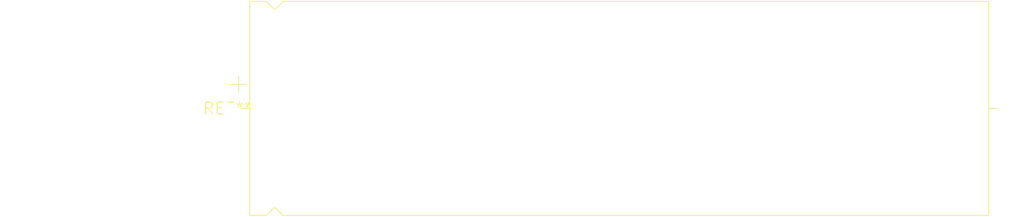
<source format=kicad_pcb>
(kicad_pcb (version 20240108) (generator pcbnew)
  (layers (0 "F.Cu" signal) (31 "B.Cu" signal) (34 "B.Paste" user) (35 "F.Paste" user) (36 "B.SilkS" user "B.Silkscreen") (37 "F.SilkS" user "F.Silkscreen") (38 "B.Mask" user) (39 "F.Mask" user) (44 "Edge.Cuts" user))
  (net 0 "")
  (footprint "CP_Axial_L80.0mm_D23.0mm_P85.00mm_Horizontal" (layer "F.Cu") (at 0 0)
    (property "Reference" "REF**")
    (property "Value" "CP_Axial_L80.0mm_D23.0mm_P85.00mm_Horizontal")
    (fp_line (start 0.28 -2.6) (end 2.08 -2.6) (layer "F.SilkS") (stroke (width 0.12)))
    (fp_line (start 1.18 -3.5) (end 1.18 -1.7) (layer "F.SilkS") (stroke (width 0.12)))
    (fp_line (start 1.44 0) (end 2.38 0) (layer "F.SilkS") (stroke (width 0.12)))
    (fp_line (start 2.38 -11.62) (end 2.38 11.62) (layer "F.SilkS") (stroke (width 0.12)))
    (fp_line (start 2.38 -11.62) (end 4.18 -11.62) (layer "F.SilkS") (stroke (width 0.12)))
    (fp_line (start 2.38 11.62) (end 4.18 11.62) (layer "F.SilkS") (stroke (width 0.12)))
    (fp_line (start 4.18 -11.62) (end 5.08 -10.72) (layer "F.SilkS") (stroke (width 0.12)))
    (fp_line (start 4.18 11.62) (end 5.08 10.72) (layer "F.SilkS") (stroke (width 0.12)))
    (fp_line (start 5.08 -10.72) (end 5.98 -11.62) (layer "F.SilkS") (stroke (width 0.12)))
    (fp_line (start 5.08 10.72) (end 5.98 11.62) (layer "F.SilkS") (stroke (width 0.12)))
    (fp_line (start 5.98 -11.62) (end 82.62 -11.62) (layer "F.SilkS") (stroke (width 0.12)))
    (fp_line (start 5.98 11.62) (end 82.62 11.62) (layer "F.SilkS") (stroke (width 0.12)))
    (fp_line (start 82.62 -11.62) (end 82.62 11.62) (layer "F.SilkS") (stroke (width 0.12)))
    (fp_line (start 83.56 0) (end 82.62 0) (layer "F.SilkS") (stroke (width 0.12)))
    (pad "1" thru_hole rect (at 0 0) (size 2.4 2.4) (drill 1.2) (layers *.Cu *.Mask) (remove_unused_layers))
    (pad "2" thru_hole oval (at 85 0) (size 2.4 2.4) (drill 1.2) (layers *.Cu *.Mask) (remove_unused_layers))
  )
)
</source>
